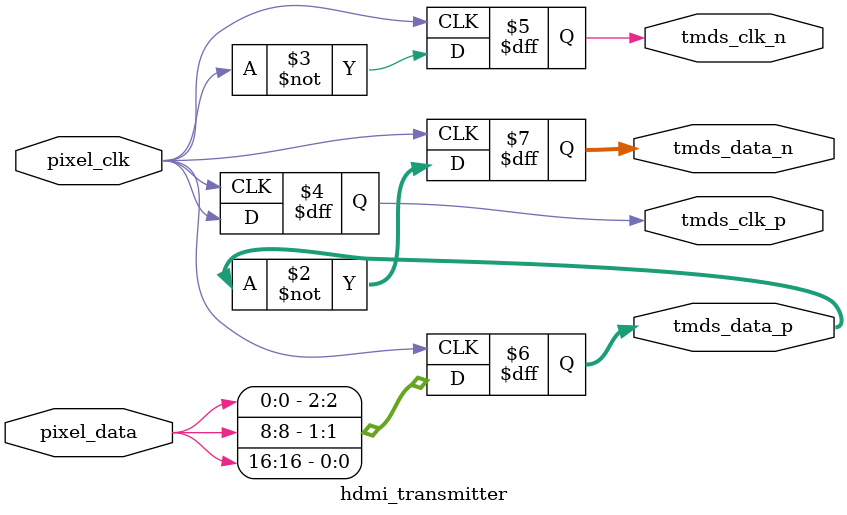
<source format=v>
module hdmi_transmitter(
    input pixel_clk,         // Pixel clock
    input [23:0] pixel_data, // 24-bit pixel data (8 bits per color channel)
    output reg tmds_clk_p,   // Positive TMDS clock
    output reg tmds_clk_n,   // Negative TMDS clock
    output reg [2:0] tmds_data_p, // Positive TMDS data for RGB channels
    output reg [2:0] tmds_data_n  // Negative TMDS data for RGB channels
);

always @(posedge pixel_clk) begin
    // This is where the pixel data would be encoded using the TMDS encoding scheme.
    // This example will just pass through the pixel data without real encoding.
    
    // Assign pixel data to TMDS positive outputs (simplified, not real TMDS encoding)
    tmds_data_p[0] <= pixel_data[23:16]; // Red
    tmds_data_p[1] <= pixel_data[15:8];  // Green
    tmds_data_p[2] <= pixel_data[7:0];   // Blue
    
    // TMDS negative outputs are the inverse (again, this is just for example purposes)
    tmds_data_n <= ~tmds_data_p;

    // Generate TMDS clock (not accurate, just for example purposes)
    tmds_clk_p <= pixel_clk;
    tmds_clk_n <= ~pixel_clk;
end

endmodule

</source>
